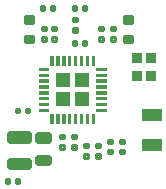
<source format=gbr>
G04 EAGLE Gerber RS-274X export*
G75*
%MOMM*%
%FSLAX34Y34*%
%LPD*%
%INSolderpaste Top*%
%IPPOS*%
%AMOC8*
5,1,8,0,0,1.08239X$1,22.5*%
G01*
%ADD10R,1.239969X1.239969*%
%ADD11R,1.241509X1.239819*%
%ADD12R,1.241741X1.241741*%
%ADD13R,1.239844X1.241300*%
%ADD14C,0.065000*%
%ADD15C,0.500000*%
%ADD16C,0.280800*%
%ADD17C,0.402900*%
%ADD18C,0.539550*%
%ADD19R,1.800000X1.000000*%
%ADD20R,0.850000X0.950000*%
%ADD21C,0.270000*%


D10*
X64490Y78460D03*
D11*
X80298Y78459D03*
D12*
X80299Y94269D03*
D13*
X64489Y94267D03*
D14*
X88915Y106735D02*
X88915Y114685D01*
X90865Y114685D01*
X90865Y106735D01*
X88915Y106735D01*
X88915Y107352D02*
X90865Y107352D01*
X90865Y107969D02*
X88915Y107969D01*
X88915Y108586D02*
X90865Y108586D01*
X90865Y109203D02*
X88915Y109203D01*
X88915Y109820D02*
X90865Y109820D01*
X90865Y110437D02*
X88915Y110437D01*
X88915Y111054D02*
X90865Y111054D01*
X90865Y111671D02*
X88915Y111671D01*
X88915Y112288D02*
X90865Y112288D01*
X90865Y112905D02*
X88915Y112905D01*
X88915Y113522D02*
X90865Y113522D01*
X90865Y114139D02*
X88915Y114139D01*
X83915Y114685D02*
X83915Y106735D01*
X83915Y114685D02*
X85865Y114685D01*
X85865Y106735D01*
X83915Y106735D01*
X83915Y107352D02*
X85865Y107352D01*
X85865Y107969D02*
X83915Y107969D01*
X83915Y108586D02*
X85865Y108586D01*
X85865Y109203D02*
X83915Y109203D01*
X83915Y109820D02*
X85865Y109820D01*
X85865Y110437D02*
X83915Y110437D01*
X83915Y111054D02*
X85865Y111054D01*
X85865Y111671D02*
X83915Y111671D01*
X83915Y112288D02*
X85865Y112288D01*
X85865Y112905D02*
X83915Y112905D01*
X83915Y113522D02*
X85865Y113522D01*
X85865Y114139D02*
X83915Y114139D01*
X78915Y114685D02*
X78915Y106735D01*
X78915Y114685D02*
X80865Y114685D01*
X80865Y106735D01*
X78915Y106735D01*
X78915Y107352D02*
X80865Y107352D01*
X80865Y107969D02*
X78915Y107969D01*
X78915Y108586D02*
X80865Y108586D01*
X80865Y109203D02*
X78915Y109203D01*
X78915Y109820D02*
X80865Y109820D01*
X80865Y110437D02*
X78915Y110437D01*
X78915Y111054D02*
X80865Y111054D01*
X80865Y111671D02*
X78915Y111671D01*
X78915Y112288D02*
X80865Y112288D01*
X80865Y112905D02*
X78915Y112905D01*
X78915Y113522D02*
X80865Y113522D01*
X80865Y114139D02*
X78915Y114139D01*
X73915Y114685D02*
X73915Y106735D01*
X73915Y114685D02*
X75865Y114685D01*
X75865Y106735D01*
X73915Y106735D01*
X73915Y107352D02*
X75865Y107352D01*
X75865Y107969D02*
X73915Y107969D01*
X73915Y108586D02*
X75865Y108586D01*
X75865Y109203D02*
X73915Y109203D01*
X73915Y109820D02*
X75865Y109820D01*
X75865Y110437D02*
X73915Y110437D01*
X73915Y111054D02*
X75865Y111054D01*
X75865Y111671D02*
X73915Y111671D01*
X73915Y112288D02*
X75865Y112288D01*
X75865Y112905D02*
X73915Y112905D01*
X73915Y113522D02*
X75865Y113522D01*
X75865Y114139D02*
X73915Y114139D01*
X68915Y114685D02*
X68915Y106735D01*
X68915Y114685D02*
X70865Y114685D01*
X70865Y106735D01*
X68915Y106735D01*
X68915Y107352D02*
X70865Y107352D01*
X70865Y107969D02*
X68915Y107969D01*
X68915Y108586D02*
X70865Y108586D01*
X70865Y109203D02*
X68915Y109203D01*
X68915Y109820D02*
X70865Y109820D01*
X70865Y110437D02*
X68915Y110437D01*
X68915Y111054D02*
X70865Y111054D01*
X70865Y111671D02*
X68915Y111671D01*
X68915Y112288D02*
X70865Y112288D01*
X70865Y112905D02*
X68915Y112905D01*
X68915Y113522D02*
X70865Y113522D01*
X70865Y114139D02*
X68915Y114139D01*
X63915Y114685D02*
X63915Y106735D01*
X63915Y114685D02*
X65865Y114685D01*
X65865Y106735D01*
X63915Y106735D01*
X63915Y107352D02*
X65865Y107352D01*
X65865Y107969D02*
X63915Y107969D01*
X63915Y108586D02*
X65865Y108586D01*
X65865Y109203D02*
X63915Y109203D01*
X63915Y109820D02*
X65865Y109820D01*
X65865Y110437D02*
X63915Y110437D01*
X63915Y111054D02*
X65865Y111054D01*
X65865Y111671D02*
X63915Y111671D01*
X63915Y112288D02*
X65865Y112288D01*
X65865Y112905D02*
X63915Y112905D01*
X63915Y113522D02*
X65865Y113522D01*
X65865Y114139D02*
X63915Y114139D01*
X58915Y114685D02*
X58915Y106735D01*
X58915Y114685D02*
X60865Y114685D01*
X60865Y106735D01*
X58915Y106735D01*
X58915Y107352D02*
X60865Y107352D01*
X60865Y107969D02*
X58915Y107969D01*
X58915Y108586D02*
X60865Y108586D01*
X60865Y109203D02*
X58915Y109203D01*
X58915Y109820D02*
X60865Y109820D01*
X60865Y110437D02*
X58915Y110437D01*
X58915Y111054D02*
X60865Y111054D01*
X60865Y111671D02*
X58915Y111671D01*
X58915Y112288D02*
X60865Y112288D01*
X60865Y112905D02*
X58915Y112905D01*
X58915Y113522D02*
X60865Y113522D01*
X60865Y114139D02*
X58915Y114139D01*
X53915Y114685D02*
X53915Y106735D01*
X53915Y114685D02*
X55865Y114685D01*
X55865Y106735D01*
X53915Y106735D01*
X53915Y107352D02*
X55865Y107352D01*
X55865Y107969D02*
X53915Y107969D01*
X53915Y108586D02*
X55865Y108586D01*
X55865Y109203D02*
X53915Y109203D01*
X53915Y109820D02*
X55865Y109820D01*
X55865Y110437D02*
X53915Y110437D01*
X53915Y111054D02*
X55865Y111054D01*
X55865Y111671D02*
X53915Y111671D01*
X53915Y112288D02*
X55865Y112288D01*
X55865Y112905D02*
X53915Y112905D01*
X53915Y113522D02*
X55865Y113522D01*
X55865Y114139D02*
X53915Y114139D01*
X53915Y65985D02*
X53915Y58035D01*
X53915Y65985D02*
X55865Y65985D01*
X55865Y58035D01*
X53915Y58035D01*
X53915Y58652D02*
X55865Y58652D01*
X55865Y59269D02*
X53915Y59269D01*
X53915Y59886D02*
X55865Y59886D01*
X55865Y60503D02*
X53915Y60503D01*
X53915Y61120D02*
X55865Y61120D01*
X55865Y61737D02*
X53915Y61737D01*
X53915Y62354D02*
X55865Y62354D01*
X55865Y62971D02*
X53915Y62971D01*
X53915Y63588D02*
X55865Y63588D01*
X55865Y64205D02*
X53915Y64205D01*
X53915Y64822D02*
X55865Y64822D01*
X55865Y65439D02*
X53915Y65439D01*
X58915Y65985D02*
X58915Y58035D01*
X58915Y65985D02*
X60865Y65985D01*
X60865Y58035D01*
X58915Y58035D01*
X58915Y58652D02*
X60865Y58652D01*
X60865Y59269D02*
X58915Y59269D01*
X58915Y59886D02*
X60865Y59886D01*
X60865Y60503D02*
X58915Y60503D01*
X58915Y61120D02*
X60865Y61120D01*
X60865Y61737D02*
X58915Y61737D01*
X58915Y62354D02*
X60865Y62354D01*
X60865Y62971D02*
X58915Y62971D01*
X58915Y63588D02*
X60865Y63588D01*
X60865Y64205D02*
X58915Y64205D01*
X58915Y64822D02*
X60865Y64822D01*
X60865Y65439D02*
X58915Y65439D01*
X63915Y65985D02*
X63915Y58035D01*
X63915Y65985D02*
X65865Y65985D01*
X65865Y58035D01*
X63915Y58035D01*
X63915Y58652D02*
X65865Y58652D01*
X65865Y59269D02*
X63915Y59269D01*
X63915Y59886D02*
X65865Y59886D01*
X65865Y60503D02*
X63915Y60503D01*
X63915Y61120D02*
X65865Y61120D01*
X65865Y61737D02*
X63915Y61737D01*
X63915Y62354D02*
X65865Y62354D01*
X65865Y62971D02*
X63915Y62971D01*
X63915Y63588D02*
X65865Y63588D01*
X65865Y64205D02*
X63915Y64205D01*
X63915Y64822D02*
X65865Y64822D01*
X65865Y65439D02*
X63915Y65439D01*
X68915Y65985D02*
X68915Y58035D01*
X68915Y65985D02*
X70865Y65985D01*
X70865Y58035D01*
X68915Y58035D01*
X68915Y58652D02*
X70865Y58652D01*
X70865Y59269D02*
X68915Y59269D01*
X68915Y59886D02*
X70865Y59886D01*
X70865Y60503D02*
X68915Y60503D01*
X68915Y61120D02*
X70865Y61120D01*
X70865Y61737D02*
X68915Y61737D01*
X68915Y62354D02*
X70865Y62354D01*
X70865Y62971D02*
X68915Y62971D01*
X68915Y63588D02*
X70865Y63588D01*
X70865Y64205D02*
X68915Y64205D01*
X68915Y64822D02*
X70865Y64822D01*
X70865Y65439D02*
X68915Y65439D01*
X73915Y65985D02*
X73915Y58035D01*
X73915Y65985D02*
X75865Y65985D01*
X75865Y58035D01*
X73915Y58035D01*
X73915Y58652D02*
X75865Y58652D01*
X75865Y59269D02*
X73915Y59269D01*
X73915Y59886D02*
X75865Y59886D01*
X75865Y60503D02*
X73915Y60503D01*
X73915Y61120D02*
X75865Y61120D01*
X75865Y61737D02*
X73915Y61737D01*
X73915Y62354D02*
X75865Y62354D01*
X75865Y62971D02*
X73915Y62971D01*
X73915Y63588D02*
X75865Y63588D01*
X75865Y64205D02*
X73915Y64205D01*
X73915Y64822D02*
X75865Y64822D01*
X75865Y65439D02*
X73915Y65439D01*
X78915Y65985D02*
X78915Y58035D01*
X78915Y65985D02*
X80865Y65985D01*
X80865Y58035D01*
X78915Y58035D01*
X78915Y58652D02*
X80865Y58652D01*
X80865Y59269D02*
X78915Y59269D01*
X78915Y59886D02*
X80865Y59886D01*
X80865Y60503D02*
X78915Y60503D01*
X78915Y61120D02*
X80865Y61120D01*
X80865Y61737D02*
X78915Y61737D01*
X78915Y62354D02*
X80865Y62354D01*
X80865Y62971D02*
X78915Y62971D01*
X78915Y63588D02*
X80865Y63588D01*
X80865Y64205D02*
X78915Y64205D01*
X78915Y64822D02*
X80865Y64822D01*
X80865Y65439D02*
X78915Y65439D01*
X83915Y65985D02*
X83915Y58035D01*
X83915Y65985D02*
X85865Y65985D01*
X85865Y58035D01*
X83915Y58035D01*
X83915Y58652D02*
X85865Y58652D01*
X85865Y59269D02*
X83915Y59269D01*
X83915Y59886D02*
X85865Y59886D01*
X85865Y60503D02*
X83915Y60503D01*
X83915Y61120D02*
X85865Y61120D01*
X85865Y61737D02*
X83915Y61737D01*
X83915Y62354D02*
X85865Y62354D01*
X85865Y62971D02*
X83915Y62971D01*
X83915Y63588D02*
X85865Y63588D01*
X85865Y64205D02*
X83915Y64205D01*
X83915Y64822D02*
X85865Y64822D01*
X85865Y65439D02*
X83915Y65439D01*
X88915Y65985D02*
X88915Y58035D01*
X88915Y65985D02*
X90865Y65985D01*
X90865Y58035D01*
X88915Y58035D01*
X88915Y58652D02*
X90865Y58652D01*
X90865Y59269D02*
X88915Y59269D01*
X88915Y59886D02*
X90865Y59886D01*
X90865Y60503D02*
X88915Y60503D01*
X88915Y61120D02*
X90865Y61120D01*
X90865Y61737D02*
X88915Y61737D01*
X88915Y62354D02*
X90865Y62354D01*
X90865Y62971D02*
X88915Y62971D01*
X88915Y63588D02*
X90865Y63588D01*
X90865Y64205D02*
X88915Y64205D01*
X88915Y64822D02*
X90865Y64822D01*
X90865Y65439D02*
X88915Y65439D01*
X92765Y69835D02*
X100715Y69835D01*
X100715Y67885D01*
X92765Y67885D01*
X92765Y69835D01*
X92765Y68502D02*
X100715Y68502D01*
X100715Y69119D02*
X92765Y69119D01*
X92765Y69736D02*
X100715Y69736D01*
X100715Y74835D02*
X92765Y74835D01*
X100715Y74835D02*
X100715Y72885D01*
X92765Y72885D01*
X92765Y74835D01*
X92765Y73502D02*
X100715Y73502D01*
X100715Y74119D02*
X92765Y74119D01*
X92765Y74736D02*
X100715Y74736D01*
X100715Y79835D02*
X92765Y79835D01*
X100715Y79835D02*
X100715Y77885D01*
X92765Y77885D01*
X92765Y79835D01*
X92765Y78502D02*
X100715Y78502D01*
X100715Y79119D02*
X92765Y79119D01*
X92765Y79736D02*
X100715Y79736D01*
X100715Y84835D02*
X92765Y84835D01*
X100715Y84835D02*
X100715Y82885D01*
X92765Y82885D01*
X92765Y84835D01*
X92765Y83502D02*
X100715Y83502D01*
X100715Y84119D02*
X92765Y84119D01*
X92765Y84736D02*
X100715Y84736D01*
X100715Y89835D02*
X92765Y89835D01*
X100715Y89835D02*
X100715Y87885D01*
X92765Y87885D01*
X92765Y89835D01*
X92765Y88502D02*
X100715Y88502D01*
X100715Y89119D02*
X92765Y89119D01*
X92765Y89736D02*
X100715Y89736D01*
X100715Y94835D02*
X92765Y94835D01*
X100715Y94835D02*
X100715Y92885D01*
X92765Y92885D01*
X92765Y94835D01*
X92765Y93502D02*
X100715Y93502D01*
X100715Y94119D02*
X92765Y94119D01*
X92765Y94736D02*
X100715Y94736D01*
X100715Y99835D02*
X92765Y99835D01*
X100715Y99835D02*
X100715Y97885D01*
X92765Y97885D01*
X92765Y99835D01*
X92765Y98502D02*
X100715Y98502D01*
X100715Y99119D02*
X92765Y99119D01*
X92765Y99736D02*
X100715Y99736D01*
X100715Y104835D02*
X92765Y104835D01*
X100715Y104835D02*
X100715Y102885D01*
X92765Y102885D01*
X92765Y104835D01*
X92765Y103502D02*
X100715Y103502D01*
X100715Y104119D02*
X92765Y104119D01*
X92765Y104736D02*
X100715Y104736D01*
X52015Y104835D02*
X44065Y104835D01*
X52015Y104835D02*
X52015Y102885D01*
X44065Y102885D01*
X44065Y104835D01*
X44065Y103502D02*
X52015Y103502D01*
X52015Y104119D02*
X44065Y104119D01*
X44065Y104736D02*
X52015Y104736D01*
X52015Y99835D02*
X44065Y99835D01*
X52015Y99835D02*
X52015Y97885D01*
X44065Y97885D01*
X44065Y99835D01*
X44065Y98502D02*
X52015Y98502D01*
X52015Y99119D02*
X44065Y99119D01*
X44065Y99736D02*
X52015Y99736D01*
X52015Y94835D02*
X44065Y94835D01*
X52015Y94835D02*
X52015Y92885D01*
X44065Y92885D01*
X44065Y94835D01*
X44065Y93502D02*
X52015Y93502D01*
X52015Y94119D02*
X44065Y94119D01*
X44065Y94736D02*
X52015Y94736D01*
X52015Y89835D02*
X44065Y89835D01*
X52015Y89835D02*
X52015Y87885D01*
X44065Y87885D01*
X44065Y89835D01*
X44065Y88502D02*
X52015Y88502D01*
X52015Y89119D02*
X44065Y89119D01*
X44065Y89736D02*
X52015Y89736D01*
X52015Y84835D02*
X44065Y84835D01*
X52015Y84835D02*
X52015Y82885D01*
X44065Y82885D01*
X44065Y84835D01*
X44065Y83502D02*
X52015Y83502D01*
X52015Y84119D02*
X44065Y84119D01*
X44065Y84736D02*
X52015Y84736D01*
X52015Y79835D02*
X44065Y79835D01*
X52015Y79835D02*
X52015Y77885D01*
X44065Y77885D01*
X44065Y79835D01*
X44065Y78502D02*
X52015Y78502D01*
X52015Y79119D02*
X44065Y79119D01*
X44065Y79736D02*
X52015Y79736D01*
X52015Y74835D02*
X44065Y74835D01*
X52015Y74835D02*
X52015Y72885D01*
X44065Y72885D01*
X44065Y74835D01*
X44065Y73502D02*
X52015Y73502D01*
X52015Y74119D02*
X44065Y74119D01*
X44065Y74736D02*
X52015Y74736D01*
X52015Y69835D02*
X44065Y69835D01*
X52015Y69835D02*
X52015Y67885D01*
X44065Y67885D01*
X44065Y69835D01*
X44065Y68502D02*
X52015Y68502D01*
X52015Y69119D02*
X44065Y69119D01*
X44065Y69736D02*
X52015Y69736D01*
D15*
X52860Y47410D02*
X52860Y42410D01*
X43660Y42410D01*
X43660Y47410D01*
X52860Y47410D01*
X52860Y47160D02*
X43660Y47160D01*
X43660Y28710D02*
X43660Y23710D01*
X43660Y28710D02*
X52860Y28710D01*
X52860Y23710D01*
X43660Y23710D01*
X43660Y28460D02*
X52860Y28460D01*
D16*
X65096Y44914D02*
X65096Y47506D01*
X65096Y44914D02*
X61904Y44914D01*
X61904Y47506D01*
X65096Y47506D01*
X61904Y38906D02*
X61904Y36314D01*
X61904Y38906D02*
X65096Y38906D01*
X65096Y36314D01*
X61904Y36314D01*
X105736Y41104D02*
X105736Y43696D01*
X105736Y41104D02*
X102544Y41104D01*
X102544Y43696D01*
X105736Y43696D01*
X102544Y35096D02*
X102544Y32504D01*
X102544Y35096D02*
X105736Y35096D01*
X105736Y32504D01*
X102544Y32504D01*
X115896Y41104D02*
X115896Y43696D01*
X115896Y41104D02*
X112704Y41104D01*
X112704Y43696D01*
X115896Y43696D01*
X112704Y35096D02*
X112704Y32504D01*
X112704Y35096D02*
X115896Y35096D01*
X115896Y32504D01*
X112704Y32504D01*
X85416Y37294D02*
X85416Y39886D01*
X85416Y37294D02*
X82224Y37294D01*
X82224Y39886D01*
X85416Y39886D01*
X82224Y31286D02*
X82224Y28694D01*
X82224Y31286D02*
X85416Y31286D01*
X85416Y28694D01*
X82224Y28694D01*
X95576Y37294D02*
X95576Y39886D01*
X95576Y37294D02*
X92384Y37294D01*
X92384Y39886D01*
X95576Y39886D01*
X92384Y31286D02*
X92384Y28694D01*
X92384Y31286D02*
X95576Y31286D01*
X95576Y28694D01*
X92384Y28694D01*
X36076Y66984D02*
X33484Y66984D01*
X33484Y70176D01*
X36076Y70176D01*
X36076Y66984D01*
X36076Y69652D02*
X33484Y69652D01*
X27476Y70176D02*
X24884Y70176D01*
X27476Y70176D02*
X27476Y66984D01*
X24884Y66984D01*
X24884Y70176D01*
X24884Y69652D02*
X27476Y69652D01*
D17*
X32924Y127024D02*
X32924Y130896D01*
X38196Y130896D01*
X38196Y127024D01*
X32924Y127024D01*
X32924Y130852D02*
X38196Y130852D01*
X38196Y143424D02*
X38196Y147296D01*
X38196Y143424D02*
X32924Y143424D01*
X32924Y147296D01*
X38196Y147296D01*
X38196Y147252D02*
X32924Y147252D01*
X116744Y130896D02*
X116744Y127024D01*
X116744Y130896D02*
X122016Y130896D01*
X122016Y127024D01*
X116744Y127024D01*
X116744Y130852D02*
X122016Y130852D01*
X122016Y143424D02*
X122016Y147296D01*
X122016Y143424D02*
X116744Y143424D01*
X116744Y147296D01*
X122016Y147296D01*
X122016Y147252D02*
X116744Y147252D01*
D18*
X35887Y25737D02*
X35887Y20343D01*
X19993Y20343D01*
X19993Y25737D01*
X35887Y25737D01*
X35887Y25469D02*
X19993Y25469D01*
X35887Y42843D02*
X35887Y48237D01*
X35887Y42843D02*
X19993Y42843D01*
X19993Y48237D01*
X35887Y48237D01*
X35887Y47969D02*
X19993Y47969D01*
D16*
X46664Y127754D02*
X46664Y130346D01*
X49856Y130346D01*
X49856Y127754D01*
X46664Y127754D01*
X49856Y136354D02*
X49856Y138946D01*
X49856Y136354D02*
X46664Y136354D01*
X46664Y138946D01*
X49856Y138946D01*
X55554Y130346D02*
X55554Y127754D01*
X55554Y130346D02*
X58746Y130346D01*
X58746Y127754D01*
X55554Y127754D01*
X58746Y136354D02*
X58746Y138946D01*
X58746Y136354D02*
X55554Y136354D01*
X55554Y138946D01*
X58746Y138946D01*
X94924Y130346D02*
X94924Y127754D01*
X94924Y130346D02*
X98116Y130346D01*
X98116Y127754D01*
X94924Y127754D01*
X98116Y136354D02*
X98116Y138946D01*
X98116Y136354D02*
X94924Y136354D01*
X94924Y138946D01*
X98116Y138946D01*
X105084Y130346D02*
X105084Y127754D01*
X105084Y130346D02*
X108276Y130346D01*
X108276Y127754D01*
X105084Y127754D01*
X108276Y136354D02*
X108276Y138946D01*
X108276Y136354D02*
X105084Y136354D01*
X105084Y138946D01*
X108276Y138946D01*
X75256Y47506D02*
X75256Y44914D01*
X72064Y44914D01*
X72064Y47506D01*
X75256Y47506D01*
X72064Y38906D02*
X72064Y36314D01*
X72064Y38906D02*
X75256Y38906D01*
X75256Y36314D01*
X72064Y36314D01*
X27186Y7294D02*
X24594Y7294D01*
X24594Y10486D01*
X27186Y10486D01*
X27186Y7294D01*
X27186Y9962D02*
X24594Y9962D01*
X18586Y10486D02*
X15994Y10486D01*
X18586Y10486D02*
X18586Y7294D01*
X15994Y7294D01*
X15994Y10486D01*
X15994Y9962D02*
X18586Y9962D01*
D19*
X139700Y64570D03*
X139700Y39570D03*
D20*
X127600Y112660D03*
X127600Y98160D03*
X139100Y98160D03*
X139100Y112660D03*
D21*
X75770Y153958D02*
X73070Y153958D01*
X73070Y157258D01*
X75770Y157258D01*
X75770Y153958D01*
X75770Y156523D02*
X73070Y156523D01*
X81710Y153958D02*
X84410Y153958D01*
X81710Y153958D02*
X81710Y157258D01*
X84410Y157258D01*
X84410Y153958D01*
X84410Y156523D02*
X81710Y156523D01*
X56964Y157267D02*
X54264Y157267D01*
X56964Y157267D02*
X56964Y153967D01*
X54264Y153967D01*
X54264Y157267D01*
X54264Y156532D02*
X56964Y156532D01*
X48324Y157267D02*
X45624Y157267D01*
X48324Y157267D02*
X48324Y153967D01*
X45624Y153967D01*
X45624Y157267D01*
X45624Y156532D02*
X48324Y156532D01*
X76580Y138000D02*
X76580Y135300D01*
X73280Y135300D01*
X73280Y138000D01*
X76580Y138000D01*
X76580Y137865D02*
X73280Y137865D01*
X76580Y143940D02*
X76580Y146640D01*
X76580Y143940D02*
X73280Y143940D01*
X73280Y146640D01*
X76580Y146640D01*
X76580Y146505D02*
X73280Y146505D01*
X73070Y124080D02*
X75770Y124080D01*
X73070Y124080D02*
X73070Y127380D01*
X75770Y127380D01*
X75770Y124080D01*
X75770Y126645D02*
X73070Y126645D01*
X81710Y124080D02*
X84410Y124080D01*
X81710Y124080D02*
X81710Y127380D01*
X84410Y127380D01*
X84410Y124080D01*
X84410Y126645D02*
X81710Y126645D01*
M02*

</source>
